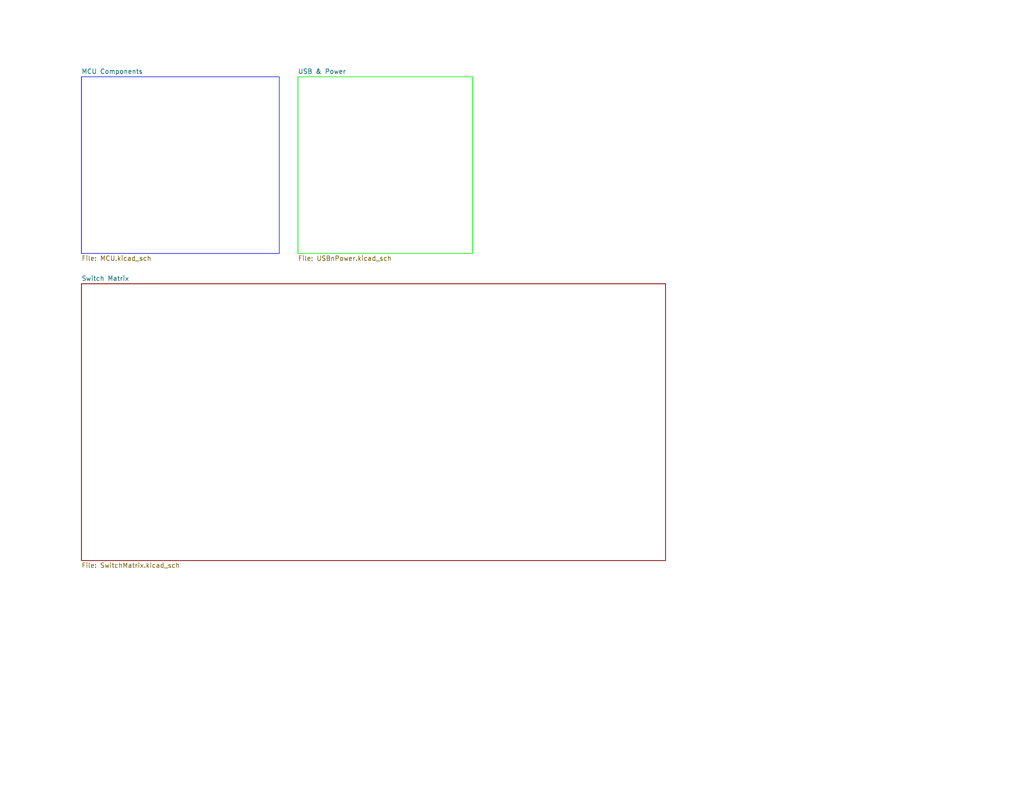
<source format=kicad_sch>
(kicad_sch (version 20230121) (generator eeschema)
  (paper "USLetter")
  (title_block (title "BadABoard MK1") (date "2022-09-13") (rev "1.0") (company "Callsign_Carrot"))
  (lib_symbols)
  (sheet (at 22.225 77.47) (size 159.385 75.565) (stroke (width 0.1524))
    (property "Sheetname" "Switch Matrix" (at 22.225 76.7584 0) (effects (justify left bottom)))
    (property "Sheetfile" "SwitchMatrix.kicad_sch" (at 22.225 153.6196 0) (effects (justify left top)))
  )
  (sheet (at 22.225 20.955) (size 53.975 48.26) (stroke (width 0.1524) (color 24 33 255 1))
    (property "Sheetname" "MCU Components" (at 22.225 20.2434 0) (effects (justify left bottom)))
    (property "Sheetfile" "MCU.kicad_sch" (at 22.225 69.7996 0) (effects (justify left top)))
  )
  (sheet (at 81.28 20.955) (size 47.625 48.26) (stroke (width 0.1524) (color 0 255 5 1))
    (property "Sheetname" "USB & Power" (at 81.28 20.2434 0) (effects (justify left bottom)))
    (property "Sheetfile" "USBnPower.kicad_sch" (at 81.28 69.7996 0) (effects (justify left top)))
  )
)
</source>
